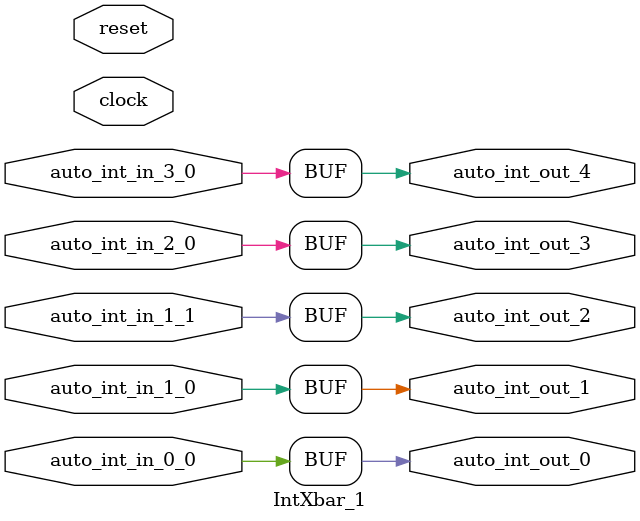
<source format=v>
module IntXbar_1(
  input   clock,
  input   reset,
  input   auto_int_in_3_0,
  input   auto_int_in_2_0,
  input   auto_int_in_1_0,
  input   auto_int_in_1_1,
  input   auto_int_in_0_0,
  output  auto_int_out_0,
  output  auto_int_out_1,
  output  auto_int_out_2,
  output  auto_int_out_3,
  output  auto_int_out_4
);
  assign auto_int_out_0 = auto_int_in_0_0; // @[Nodes.scala 1210:84 LazyModule.scala 309:16]
  assign auto_int_out_1 = auto_int_in_1_0; // @[Nodes.scala 1210:84 LazyModule.scala 309:16]
  assign auto_int_out_2 = auto_int_in_1_1; // @[Nodes.scala 1210:84 LazyModule.scala 309:16]
  assign auto_int_out_3 = auto_int_in_2_0; // @[Nodes.scala 1210:84 LazyModule.scala 309:16]
  assign auto_int_out_4 = auto_int_in_3_0; // @[Nodes.scala 1210:84 LazyModule.scala 309:16]
endmodule

</source>
